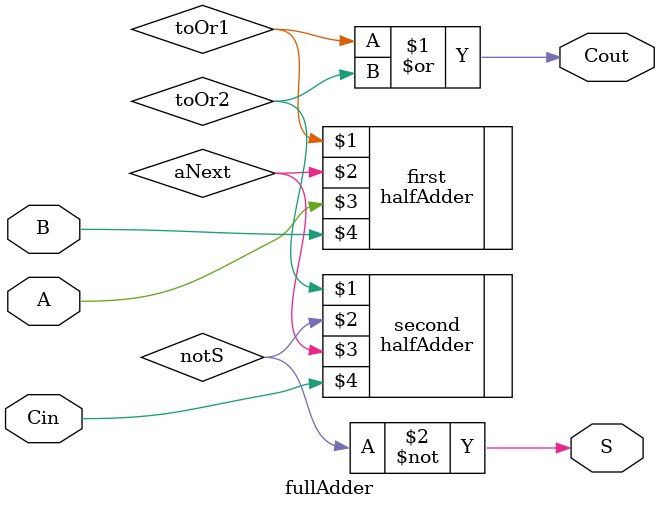
<source format=sv>
module fullAdder(output logic Cout, S, input logic A, B , Cin);
  wire toOr1, toOr2, aNext, notS;
  halfAdder first(toOr1, aNext, A, B);
  halfAdder second(toOr2, notS, aNext, Cin);
  assign Cout = toOr1 | toOr2;
  assign S = ~notS;
endmodule

</source>
